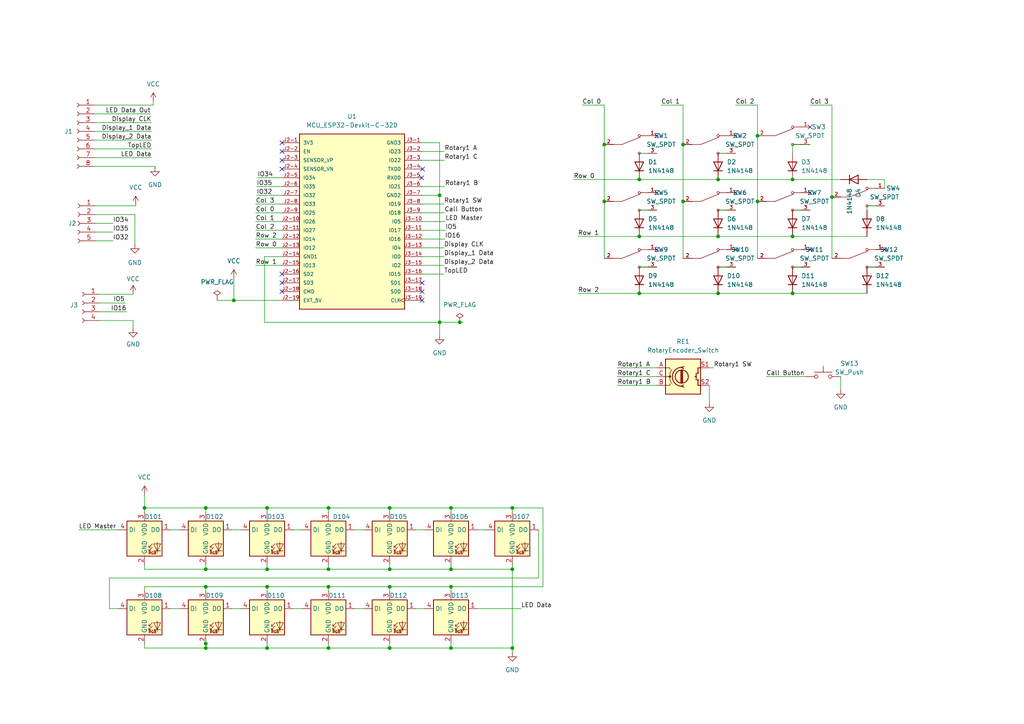
<source format=kicad_sch>
(kicad_sch (version 20230121) (generator eeschema)
  (paper "A4")
  (title_block (title "Master Control Panel") (date "2023-07-18") (rev "v1.0") (company "Stephen Houser, N1SH"))
  (lib_symbols
    (symbol "Connector:Conn_01x04_Socket" (pin_names (offset 1.016) hide)
      (property "Reference" "J" (at 0 5.08 0))
      (property "Value" "Conn_01x04_Socket" (at 0 -7.62 0))
      (symbol "Conn_01x04_Socket_1_1"
        (arc (start 0 -4.572) (mid -0.5058 -5.08) (end 0 -5.588) (stroke (width 0.1524)))
        (arc (start 0 -2.032) (mid -0.5058 -2.54) (end 0 -3.048) (stroke (width 0.1524)))
        (polyline (pts (xy -1.27 -5.08) (xy -0.508 -5.08)) (stroke (width 0.1524)))
        (polyline (pts (xy -1.27 -2.54) (xy -0.508 -2.54)) (stroke (width 0.1524)))
        (polyline (pts (xy -1.27 0) (xy -0.508 0)) (stroke (width 0.1524)))
        (polyline (pts (xy -1.27 2.54) (xy -0.508 2.54)) (stroke (width 0.1524)))
        (arc (start 0 0.508) (mid -0.5058 0) (end 0 -0.508) (stroke (width 0.1524)))
        (arc (start 0 3.048) (mid -0.5058 2.54) (end 0 2.032) (stroke (width 0.1524)))
        (pin passive line (at -5.08 2.54 0) (length 3.81) (name "Pin_1") (number "1"))
        (pin passive line (at -5.08 0 0) (length 3.81) (name "Pin_2") (number "2"))
        (pin passive line (at -5.08 -2.54 0) (length 3.81) (name "Pin_3") (number "3"))
        (pin passive line (at -5.08 -5.08 0) (length 3.81) (name "Pin_4") (number "4"))
      )
    )
    (symbol "Connector:Conn_01x05_Socket" (pin_names (offset 1.016) hide)
      (property "Reference" "J" (at 0 7.62 0))
      (property "Value" "Conn_01x05_Socket" (at 0 -7.62 0))
      (symbol "Conn_01x05_Socket_1_1"
        (arc (start 0 -4.572) (mid -0.5058 -5.08) (end 0 -5.588) (stroke (width 0.1524)))
        (arc (start 0 -2.032) (mid -0.5058 -2.54) (end 0 -3.048) (stroke (width 0.1524)))
        (polyline (pts (xy -1.27 -5.08) (xy -0.508 -5.08)) (stroke (width 0.1524)))
        (polyline (pts (xy -1.27 -2.54) (xy -0.508 -2.54)) (stroke (width 0.1524)))
        (polyline (pts (xy -1.27 0) (xy -0.508 0)) (stroke (width 0.1524)))
        (polyline (pts (xy -1.27 2.54) (xy -0.508 2.54)) (stroke (width 0.1524)))
        (polyline (pts (xy -1.27 5.08) (xy -0.508 5.08)) (stroke (width 0.1524)))
        (arc (start 0 0.508) (mid -0.5058 0) (end 0 -0.508) (stroke (width 0.1524)))
        (arc (start 0 3.048) (mid -0.5058 2.54) (end 0 2.032) (stroke (width 0.1524)))
        (arc (start 0 5.588) (mid -0.5058 5.08) (end 0 4.572) (stroke (width 0.1524)))
        (pin passive line (at -5.08 5.08 0) (length 3.81) (name "Pin_1") (number "1"))
        (pin passive line (at -5.08 2.54 0) (length 3.81) (name "Pin_2") (number "2"))
        (pin passive line (at -5.08 0 0) (length 3.81) (name "Pin_3") (number "3"))
        (pin passive line (at -5.08 -2.54 0) (length 3.81) (name "Pin_4") (number "4"))
        (pin passive line (at -5.08 -5.08 0) (length 3.81) (name "Pin_5") (number "5"))
      )
    )
    (symbol "Connector:Conn_01x08_Socket" (pin_names (offset 1.016) hide)
      (property "Reference" "J" (at 0 10.16 0))
      (property "Value" "Conn_01x08_Socket" (at 0 -12.7 0))
      (symbol "Conn_01x08_Socket_1_1"
        (arc (start 0 -9.652) (mid -0.5058 -10.16) (end 0 -10.668) (stroke (width 0.1524)))
        (arc (start 0 -7.112) (mid -0.5058 -7.62) (end 0 -8.128) (stroke (width 0.1524)))
        (arc (start 0 -4.572) (mid -0.5058 -5.08) (end 0 -5.588) (stroke (width 0.1524)))
        (arc (start 0 -2.032) (mid -0.5058 -2.54) (end 0 -3.048) (stroke (width 0.1524)))
        (polyline (pts (xy -1.27 -10.16) (xy -0.508 -10.16)) (stroke (width 0.1524)))
        (polyline (pts (xy -1.27 -7.62) (xy -0.508 -7.62)) (stroke (width 0.1524)))
        (polyline (pts (xy -1.27 -5.08) (xy -0.508 -5.08)) (stroke (width 0.1524)))
        (polyline (pts (xy -1.27 -2.54) (xy -0.508 -2.54)) (stroke (width 0.1524)))
        (polyline (pts (xy -1.27 0) (xy -0.508 0)) (stroke (width 0.1524)))
        (polyline (pts (xy -1.27 2.54) (xy -0.508 2.54)) (stroke (width 0.1524)))
        (polyline (pts (xy -1.27 5.08) (xy -0.508 5.08)) (stroke (width 0.1524)))
        (polyline (pts (xy -1.27 7.62) (xy -0.508 7.62)) (stroke (width 0.1524)))
        (arc (start 0 0.508) (mid -0.5058 0) (end 0 -0.508) (stroke (width 0.1524)))
        (arc (start 0 3.048) (mid -0.5058 2.54) (end 0 2.032) (stroke (width 0.1524)))
        (arc (start 0 5.588) (mid -0.5058 5.08) (end 0 4.572) (stroke (width 0.1524)))
        (arc (start 0 8.128) (mid -0.5058 7.62) (end 0 7.112) (stroke (width 0.1524)))
        (pin passive line (at -5.08 7.62 0) (length 3.81) (name "Pin_1") (number "1"))
        (pin passive line (at -5.08 5.08 0) (length 3.81) (name "Pin_2") (number "2"))
        (pin passive line (at -5.08 2.54 0) (length 3.81) (name "Pin_3") (number "3"))
        (pin passive line (at -5.08 0 0) (length 3.81) (name "Pin_4") (number "4"))
        (pin passive line (at -5.08 -2.54 0) (length 3.81) (name "Pin_5") (number "5"))
        (pin passive line (at -5.08 -5.08 0) (length 3.81) (name "Pin_6") (number "6"))
        (pin passive line (at -5.08 -7.62 0) (length 3.81) (name "Pin_7") (number "7"))
        (pin passive line (at -5.08 -10.16 0) (length 3.81) (name "Pin_8") (number "8"))
      )
    )
    (symbol "Device:RotaryEncoder_Switch" (pin_names (offset 0.254) hide)
      (property "Reference" "SW" (at 0 6.604 0))
      (property "Value" "RotaryEncoder_Switch" (at 0 -6.604 0))
      (symbol "RotaryEncoder_Switch_0_1"
        (rectangle (start -5.08 5.08) (end 5.08 -5.08) (stroke (width 0.254)) (fill (type background)))
        (circle (center -3.81 0) (radius 0.254) (fill (type outline)))
        (circle (center -0.381 0) (radius 1.905) (stroke (width 0.254)))
        (arc (start -0.381 2.667) (mid -3.0988 -0.0635) (end -0.381 -2.794) (stroke (width 0.254)))
        (polyline (pts (xy -0.635 -1.778) (xy -0.635 1.778)) (stroke (width 0.254)))
        (polyline (pts (xy -0.381 -1.778) (xy -0.381 1.778)) (stroke (width 0.254)))
        (polyline (pts (xy -0.127 1.778) (xy -0.127 -1.778)) (stroke (width 0.254)))
        (polyline (pts (xy 3.81 0) (xy 3.429 0)) (stroke (width 0.254)))
        (polyline (pts (xy 3.81 1.016) (xy 3.81 -1.016)) (stroke (width 0.254)))
        (polyline (pts (xy -5.08 -2.54) (xy -3.81 -2.54) (xy -3.81 -2.032)))
        (polyline (pts (xy -5.08 2.54) (xy -3.81 2.54) (xy -3.81 2.032)))
        (polyline (pts (xy 0.254 -3.048) (xy -0.508 -2.794) (xy 0.127 -2.413)) (stroke (width 0.254)))
        (polyline (pts (xy 0.254 2.921) (xy -0.508 2.667) (xy 0.127 2.286)) (stroke (width 0.254)))
        (polyline (pts (xy 5.08 -2.54) (xy 4.318 -2.54) (xy 4.318 -1.016)) (stroke (width 0.254)))
        (polyline (pts (xy 5.08 2.54) (xy 4.318 2.54) (xy 4.318 1.016)) (stroke (width 0.254)))
        (polyline (pts (xy -5.08 0) (xy -3.81 0) (xy -3.81 -1.016) (xy -3.302 -2.032)))
        (polyline (pts (xy -4.318 0) (xy -3.81 0) (xy -3.81 1.016) (xy -3.302 2.032)))
        (circle (center 4.318 -1.016) (radius 0.127) (stroke (width 0.254)))
        (circle (center 4.318 1.016) (radius 0.127) (stroke (width 0.254)))
      )
      (symbol "RotaryEncoder_Switch_1_1"
        (pin passive line (at -7.62 2.54 0) (length 2.54) (name "A") (number "A"))
        (pin passive line (at -7.62 -2.54 0) (length 2.54) (name "B") (number "B"))
        (pin passive line (at -7.62 0 0) (length 2.54) (name "C") (number "C"))
        (pin passive line (at 7.62 2.54 180) (length 2.54) (name "S1") (number "S1"))
        (pin passive line (at 7.62 -2.54 180) (length 2.54) (name "S2") (number "S2"))
      )
    )
    (symbol "Diode:1N4148" (pin_numbers hide) (pin_names hide)
      (property "Reference" "D" (at 0 2.54 0))
      (property "Value" "1N4148" (at 0 -2.54 0))
      (symbol "1N4148_0_1"
        (polyline (pts (xy -1.27 1.27) (xy -1.27 -1.27)) (stroke (width 0.254)))
        (polyline (pts (xy 1.27 0) (xy -1.27 0)))
        (polyline (pts (xy 1.27 1.27) (xy 1.27 -1.27) (xy -1.27 0) (xy 1.27 1.27)) (stroke (width 0.254)))
      )
      (symbol "1N4148_1_1"
        (pin passive line (at -3.81 0 0) (length 2.54) (name "K") (number "1"))
        (pin passive line (at 3.81 0 180) (length 2.54) (name "A") (number "2"))
      )
    )
    (symbol "LED:APA-106-F5"
      (property "Reference" "D" (at 5.08 5.715 0))
      (property "Value" "APA-106-F5" (at 1.27 -5.715 0))
      (symbol "APA-106-F5_0_0"
        (text "RGB" (at 2.286 -4.191 0) (effects (font (size 0.762 0.762))))
      )
      (symbol "APA-106-F5_0_1"
        (polyline (pts (xy 1.27 -3.556) (xy 1.778 -3.556)))
        (polyline (pts (xy 1.27 -2.54) (xy 1.778 -2.54)))
        (polyline (pts (xy 4.699 -3.556) (xy 2.667 -3.556)))
        (polyline (pts (xy 2.286 -2.54) (xy 1.27 -3.556) (xy 1.27 -3.048)))
        (polyline (pts (xy 2.286 -1.524) (xy 1.27 -2.54) (xy 1.27 -2.032)))
        (polyline (pts (xy 3.683 -1.016) (xy 3.683 -3.556) (xy 3.683 -4.064)))
        (polyline (pts (xy 4.699 -1.524) (xy 2.667 -1.524) (xy 3.683 -3.556) (xy 4.699 -1.524)))
        (rectangle (start 5.08 5.08) (end -5.08 -5.08) (stroke (width 0.254)) (fill (type background)))
      )
      (symbol "APA-106-F5_1_1"
        (pin output line (at 7.62 2.54 180) (length 2.54) (name "DO") (number "1"))
        (pin power_in line (at 0 -7.62 90) (length 2.54) (name "GND") (number "2"))
        (pin power_in line (at 0 7.62 270) (length 2.54) (name "VDD") (number "3"))
        (pin input line (at -7.62 2.54 0) (length 2.54) (name "DI") (number "4"))
      )
    )
    (symbol "Switch:SW_Push" (pin_numbers hide) (pin_names (offset 1.016) hide)
      (property "Reference" "SW" (at 1.27 2.54 0))
      (property "Value" "SW_Push" (at 0 -1.524 0))
      (symbol "SW_Push_0_1"
        (circle (center -2.032 0) (radius 0.508))
        (polyline (pts (xy 0 1.27) (xy 0 3.048)))
        (polyline (pts (xy 2.54 1.27) (xy -2.54 1.27)))
        (circle (center 2.032 0) (radius 0.508))
        (pin passive line (at -5.08 0 0) (length 2.54) (name "1") (number "1"))
        (pin passive line (at 5.08 0 180) (length 2.54) (name "2") (number "2"))
      )
    )
    (symbol "power:GND" (power) (pin_names (offset 0))
      (property "Value" "GND" (at 0 -3.81 0))
      (symbol "GND_0_1"
        (polyline (pts (xy 0 0) (xy 0 -1.27) (xy 1.27 -1.27) (xy 0 -2.54) (xy -1.27 -1.27) (xy 0 -1.27)))
      )
      (symbol "GND_1_1"
        (pin power_in line (at 0 0 270) (length 0) hide (name "GND") (number "1"))
      )
    )
    (symbol "power:PWR_FLAG" (power) (pin_numbers hide) (pin_names (offset 0) hide)
      (property "Value" "PWR_FLAG" (at 0 3.81 0))
      (symbol "PWR_FLAG_0_0"
        (pin power_out line (at 0 0 90) (length 0) (name "pwr") (number "1"))
      )
      (symbol "PWR_FLAG_0_1"
        (polyline (pts (xy 0 0) (xy 0 1.27) (xy -1.016 1.905) (xy 0 2.54) (xy 1.016 1.905) (xy 0 1.27)))
      )
    )
    (symbol "power:VCC" (power) (pin_names (offset 0))
      (property "Value" "VCC" (at 0 3.81 0))
      (symbol "VCC_0_1"
        (polyline (pts (xy -0.762 1.27) (xy 0 2.54)))
        (polyline (pts (xy 0 0) (xy 0 2.54)))
        (polyline (pts (xy 0 2.54) (xy 0.762 1.27)))
      )
      (symbol "VCC_1_1"
        (pin power_in line (at 0 0 90) (length 0) hide (name "VCC") (number "1"))
      )
    )
    (symbol "stephenhouser:MCU_ESP32-Devkit-C-32D" (pin_names (offset 1.016))
      (property "Reference" "U" (at -15.2572 26.0643 0))
      (property "Value" "MCU_ESP32-Devkit-C-32D" (at -15.2563 -27.9698 0))
      (symbol "MCU_ESP32-Devkit-C-32D_0_0"
        (rectangle (start -15.24 -25.4) (end 15.24 25.4) (stroke (width 0.254)) (fill (type background)))
        (pin power_in line (at -20.32 22.86 0) (length 5.08) (name "3V3") (number "J2-1"))
        (pin bidirectional line (at -20.32 0 0) (length 5.08) (name "IO26") (number "J2-10"))
        (pin bidirectional line (at -20.32 -2.54 0) (length 5.08) (name "IO27") (number "J2-11"))
        (pin bidirectional line (at -20.32 -5.08 0) (length 5.08) (name "IO14") (number "J2-12"))
        (pin bidirectional line (at -20.32 -7.62 0) (length 5.08) (name "IO12") (number "J2-13"))
        (pin power_in line (at -20.32 -10.16 0) (length 5.08) (name "GND1") (number "J2-14"))
        (pin bidirectional line (at -20.32 -12.7 0) (length 5.08) (name "IO13") (number "J2-15"))
        (pin bidirectional line (at -20.32 -15.24 0) (length 5.08) (name "SD2") (number "J2-16"))
        (pin bidirectional line (at -20.32 -17.78 0) (length 5.08) (name "SD3") (number "J2-17"))
        (pin bidirectional line (at -20.32 -20.32 0) (length 5.08) (name "CMD") (number "J2-18"))
        (pin power_in line (at -20.32 -22.86 0) (length 5.08) (name "EXT_5V") (number "J2-19"))
        (pin input line (at -20.32 20.32 0) (length 5.08) (name "EN") (number "J2-2"))
        (pin input line (at -20.32 17.78 0) (length 5.08) (name "SENSOR_VP") (number "J2-3"))
        (pin input line (at -20.32 15.24 0) (length 5.08) (name "SENSOR_VN") (number "J2-4"))
        (pin bidirectional line (at -20.32 12.7 0) (length 5.08) (name "IO34") (number "J2-5"))
        (pin bidirectional line (at -20.32 10.16 0) (length 5.08) (name "IO35") (number "J2-6"))
        (pin bidirectional line (at -20.32 7.62 0) (length 5.08) (name "IO32") (number "J2-7"))
        (pin bidirectional line (at -20.32 5.08 0) (length 5.08) (name "IO33") (number "J2-8"))
        (pin bidirectional line (at -20.32 2.54 0) (length 5.08) (name "IO25") (number "J2-9"))
        (pin power_in line (at 20.32 22.86 180) (length 5.08) (name "GND3") (number "J3-1"))
        (pin bidirectional line (at 20.32 0 180) (length 5.08) (name "IO5") (number "J3-10"))
        (pin bidirectional line (at 20.32 -2.54 180) (length 5.08) (name "IO17") (number "J3-11"))
        (pin bidirectional line (at 20.32 -5.08 180) (length 5.08) (name "IO16") (number "J3-12"))
        (pin bidirectional line (at 20.32 -7.62 180) (length 5.08) (name "IO4") (number "J3-13"))
        (pin bidirectional line (at 20.32 -10.16 180) (length 5.08) (name "IO0") (number "J3-14"))
        (pin bidirectional line (at 20.32 -12.7 180) (length 5.08) (name "IO2") (number "J3-15"))
        (pin bidirectional line (at 20.32 -15.24 180) (length 5.08) (name "IO15") (number "J3-16"))
        (pin bidirectional line (at 20.32 -17.78 180) (length 5.08) (name "SD1") (number "J3-17"))
        (pin bidirectional line (at 20.32 -20.32 180) (length 5.08) (name "SD0") (number "J3-18"))
        (pin input clock (at 20.32 -22.86 180) (length 5.08) (name "CLK") (number "J3-19"))
        (pin bidirectional line (at 20.32 20.32 180) (length 5.08) (name "IO23") (number "J3-2"))
        (pin bidirectional line (at 20.32 17.78 180) (length 5.08) (name "IO22") (number "J3-3"))
        (pin output line (at 20.32 15.24 180) (length 5.08) (name "TXD0") (number "J3-4"))
        (pin input line (at 20.32 12.7 180) (length 5.08) (name "RXD0") (number "J3-5"))
        (pin bidirectional line (at 20.32 10.16 180) (length 5.08) (name "IO21") (number "J3-6"))
        (pin power_in line (at 20.32 7.62 180) (length 5.08) (name "GND2") (number "J3-7"))
        (pin bidirectional line (at 20.32 5.08 180) (length 5.08) (name "IO19") (number "J3-8"))
        (pin bidirectional line (at 20.32 2.54 180) (length 5.08) (name "IO18") (number "J3-9"))
      )
    )
    (symbol "stephenhouser:SW_TOGGLE_100SP1T1B4M2QE" (pin_names (offset 1.016))
      (property "Reference" "S" (at -2.54 5.08 0))
      (property "Value" "SW_TOGGLE_100SP1T1B4M2QE" (at -11.43 -3.81 0))
      (symbol "SW_TOGGLE_100SP1T1B4M2QE_0_0"
        (polyline (pts (xy -2.54 0) (xy -5.08 0)) (stroke (width 0.1524)))
        (polyline (pts (xy -2.54 0) (xy 2.794 2.1336)) (stroke (width 0.1524)))
        (polyline (pts (xy 5.08 -2.54) (xy 2.921 -2.54)) (stroke (width 0.1524)))
        (polyline (pts (xy 5.08 2.54) (xy 2.921 2.54)) (stroke (width 0.1524)))
        (circle (center 2.54 -2.54) (radius 0.3302) (stroke (width 0.1524)))
        (circle (center 2.54 2.54) (radius 0.3302) (stroke (width 0.1524)))
        (pin passive line (at 7.62 2.54 180) (length 2.54) (name "~") (number "1"))
        (pin passive line (at -7.62 0 0) (length 2.54) (name "~") (number "2"))
        (pin passive line (at 7.62 -2.54 180) (length 2.54) (name "~") (number "3"))
      )
    )
  )
  (junction (at 77.47 147.32))
  (junction (at 130.81 147.32))
  (junction (at 148.59 187.96))
  (junction (at 130.81 165.1))
  (junction (at 241.3 57.15))
  (junction (at 59.69 187.96))
  (junction (at 130.81 187.96))
  (junction (at 95.25 165.1))
  (junction (at 95.25 170.18))
  (junction (at 148.59 165.1))
  (junction (at 130.81 170.18))
  (junction (at 208.28 52.07))
  (junction (at 127.508 93.472))
  (junction (at 175.26 41.91))
  (junction (at 185.42 52.07))
  (junction (at 113.03 165.1))
  (junction (at 229.87 85.09))
  (junction (at 59.69 186.69))
  (junction (at 113.03 147.32))
  (junction (at 219.71 58.42))
  (junction (at 67.818 87.122))
  (junction (at 175.26 58.42))
  (junction (at 59.69 147.32))
  (junction (at 198.12 41.91))
  (junction (at 41.91 147.32))
  (junction (at 113.03 187.96))
  (junction (at 113.03 170.18))
  (junction (at 148.59 147.32))
  (junction (at 219.71 39.37))
  (junction (at 229.87 68.58))
  (junction (at 59.69 170.18))
  (junction (at 127.508 56.642))
  (junction (at 185.42 68.58))
  (junction (at 133.35 93.472))
  (junction (at 95.25 187.96))
  (junction (at 185.42 85.09))
  (junction (at 77.47 170.18))
  (junction (at 95.25 147.32))
  (junction (at 77.47 165.1))
  (junction (at 77.47 187.96))
  (junction (at 208.28 85.09))
  (junction (at 229.87 52.07))
  (junction (at 198.12 58.42))
  (junction (at 208.28 68.58))
  (junction (at 59.69 165.1))
  (no_connect (at 234.95 55.88))
  (no_connect (at 122.428 84.582))
  (no_connect (at 122.301 51.562))
  (no_connect (at 213.36 72.39))
  (no_connect (at 234.95 72.39))
  (no_connect (at 122.555 49.022))
  (no_connect (at 234.95 36.83))
  (no_connect (at 81.788 49.022))
  (no_connect (at 190.5 72.39))
  (no_connect (at 81.788 41.402))
  (no_connect (at 81.788 79.502))
  (no_connect (at 81.788 84.582))
  (no_connect (at 190.5 55.88))
  (no_connect (at 122.428 82.042))
  (no_connect (at 81.788 46.482))
  (no_connect (at 213.36 55.88))
  (no_connect (at 213.36 39.37))
  (no_connect (at 81.788 43.942))
  (no_connect (at 190.5 39.37))
  (no_connect (at 122.428 87.122))
  (no_connect (at 81.788 82.042))
  (no_connect (at 256.54 72.39))
  (wire (pts (xy 113.03 165.1) (xy 130.81 165.1)))
  (wire (pts (xy 113.03 187.96) (xy 130.81 187.96)))
  (wire (pts (xy 113.03 170.18) (xy 113.03 171.45)))
  (wire (pts (xy 27.686 64.77) (xy 32.766 64.77)))
  (wire (pts (xy 166.37 52.07) (xy 185.42 52.07)))
  (wire (pts (xy 148.59 147.32) (xy 148.59 148.59)))
  (wire (pts (xy 95.25 147.32) (xy 113.03 147.32)))
  (wire (pts (xy 59.69 170.18) (xy 59.69 171.45)))
  (wire (pts (xy 175.26 58.42) (xy 175.26 74.93)))
  (wire (pts (xy 167.64 68.58) (xy 185.42 68.58)))
  (wire (pts (xy 77.47 187.96) (xy 95.25 187.96)))
  (wire (pts (xy 44.958 48.26) (xy 44.958 48.514)))
  (wire (pts (xy 43.688 33.02) (xy 27.432 33.02)))
  (wire (pts (xy 102.87 153.67) (xy 105.41 153.67)))
  (wire (pts (xy 120.65 153.67) (xy 123.19 153.67)))
  (wire (pts (xy 198.12 41.91) (xy 198.12 58.42)))
  (wire (pts (xy 36.703 90.424) (xy 28.956 90.424)))
  (wire (pts (xy 31.75 176.53) (xy 34.29 176.53)))
  (wire (pts (xy 229.87 85.09) (xy 251.46 85.09)))
  (wire (pts (xy 122.428 46.482) (xy 128.905 46.482)))
  (wire (pts (xy 113.03 187.96) (xy 113.03 186.69)))
  (wire (pts (xy 59.69 170.18) (xy 77.47 170.18)))
  (wire (pts (xy 49.53 153.67) (xy 52.07 153.67)))
  (wire (pts (xy 168.91 30.48) (xy 175.26 30.48)))
  (wire (pts (xy 44.45 29.464) (xy 44.45 30.48)))
  (wire (pts (xy 59.69 165.1) (xy 77.47 165.1)))
  (wire (pts (xy 138.43 153.67) (xy 140.97 153.67)))
  (wire (pts (xy 113.03 147.32) (xy 130.81 147.32)))
  (wire (pts (xy 95.25 165.1) (xy 95.25 163.83)))
  (wire (pts (xy 229.87 77.47) (xy 234.95 77.47)))
  (wire (pts (xy 22.86 153.67) (xy 34.29 153.67)))
  (wire (pts (xy 191.77 30.48) (xy 198.12 30.48)))
  (wire (pts (xy 185.42 44.45) (xy 190.5 44.45)))
  (wire (pts (xy 122.428 61.722) (xy 128.905 61.722)))
  (wire (pts (xy 130.81 187.96) (xy 148.59 187.96)))
  (wire (pts (xy 130.81 170.18) (xy 157.48 170.18)))
  (wire (pts (xy 179.07 111.76) (xy 190.5 111.76)))
  (wire (pts (xy 102.87 176.53) (xy 105.41 176.53)))
  (wire (pts (xy 39.37 59.69) (xy 39.37 59.436)))
  (wire (pts (xy 251.46 60.96) (xy 251.46 59.69)))
  (wire (pts (xy 241.3 57.15) (xy 241.3 74.93)))
  (wire (pts (xy 59.69 147.32) (xy 77.47 147.32)))
  (wire (pts (xy 175.26 41.91) (xy 175.26 58.42)))
  (wire (pts (xy 41.91 170.18) (xy 59.69 170.18)))
  (wire (pts (xy 85.09 176.53) (xy 87.63 176.53)))
  (wire (pts (xy 130.81 165.1) (xy 148.59 165.1)))
  (wire (pts (xy 41.91 143.51) (xy 41.91 147.32)))
  (wire (pts (xy 185.42 85.09) (xy 208.28 85.09)))
  (wire (pts (xy 167.64 85.09) (xy 185.42 85.09)))
  (wire (pts (xy 76.708 74.422) (xy 81.788 74.422)))
  (wire (pts (xy 241.3 30.48) (xy 241.3 57.15)))
  (wire (pts (xy 127.508 41.402) (xy 127.508 56.642)))
  (wire (pts (xy 122.428 74.422) (xy 128.778 74.422)))
  (wire (pts (xy 113.03 147.32) (xy 113.03 148.59)))
  (wire (pts (xy 179.07 106.68) (xy 190.5 106.68)))
  (wire (pts (xy 36.195 87.884) (xy 36.195 87.757)))
  (wire (pts (xy 148.59 147.32) (xy 157.48 147.32)))
  (wire (pts (xy 243.84 109.22) (xy 243.84 113.03)))
  (wire (pts (xy 219.71 30.48) (xy 219.71 39.37)))
  (wire (pts (xy 95.25 187.96) (xy 95.25 186.69)))
  (wire (pts (xy 138.43 176.53) (xy 151.13 176.53)))
  (wire (pts (xy 229.87 52.07) (xy 243.84 52.07)))
  (wire (pts (xy 122.428 56.642) (xy 127.508 56.642)))
  (wire (pts (xy 41.91 147.32) (xy 59.69 147.32)))
  (wire (pts (xy 74.422 54.102) (xy 81.788 54.102)))
  (wire (pts (xy 122.428 41.402) (xy 127.508 41.402)))
  (wire (pts (xy 198.12 58.42) (xy 198.12 74.93)))
  (wire (pts (xy 256.54 54.61) (xy 256.54 52.07)))
  (wire (pts (xy 31.75 167.64) (xy 31.75 176.53)))
  (wire (pts (xy 74.168 59.182) (xy 81.788 59.182)))
  (wire (pts (xy 74.168 76.962) (xy 81.788 76.962)))
  (wire (pts (xy 129.032 54.102) (xy 122.428 54.102)))
  (wire (pts (xy 229.87 41.91) (xy 234.95 41.91)))
  (wire (pts (xy 222.25 109.22) (xy 233.68 109.22)))
  (wire (pts (xy 44.45 30.48) (xy 27.432 30.48)))
  (wire (pts (xy 74.422 56.642) (xy 81.788 56.642)))
  (wire (pts (xy 133.35 93.472) (xy 134.239 93.472)))
  (wire (pts (xy 77.47 165.1) (xy 95.25 165.1)))
  (wire (pts (xy 43.942 40.64) (xy 27.432 40.64)))
  (wire (pts (xy 41.91 170.18) (xy 41.91 171.45)))
  (wire (pts (xy 213.36 30.48) (xy 219.71 30.48)))
  (wire (pts (xy 122.428 71.882) (xy 128.778 71.882)))
  (wire (pts (xy 205.74 111.76) (xy 205.74 116.84)))
  (wire (pts (xy 130.81 147.32) (xy 130.81 148.59)))
  (wire (pts (xy 179.07 109.22) (xy 190.5 109.22)))
  (wire (pts (xy 122.428 79.502) (xy 128.778 79.502)))
  (wire (pts (xy 156.21 167.64) (xy 31.75 167.64)))
  (wire (pts (xy 251.46 77.47) (xy 256.54 77.47)))
  (wire (pts (xy 122.428 64.262) (xy 129.159 64.262)))
  (wire (pts (xy 95.25 147.32) (xy 95.25 148.59)))
  (wire (pts (xy 219.71 39.37) (xy 219.71 58.42)))
  (wire (pts (xy 185.42 52.07) (xy 208.28 52.07)))
  (wire (pts (xy 229.87 60.96) (xy 234.95 60.96)))
  (wire (pts (xy 130.81 165.1) (xy 130.81 163.83)))
  (wire (pts (xy 113.03 170.18) (xy 130.81 170.18)))
  (wire (pts (xy 74.168 66.802) (xy 81.788 66.802)))
  (wire (pts (xy 77.47 187.96) (xy 77.47 186.69)))
  (wire (pts (xy 148.59 165.1) (xy 148.59 163.83)))
  (wire (pts (xy 81.788 87.122) (xy 67.818 87.122)))
  (wire (pts (xy 229.87 44.45) (xy 229.87 41.91)))
  (wire (pts (xy 74.168 71.882) (xy 81.788 71.882)))
  (wire (pts (xy 120.65 176.53) (xy 123.19 176.53)))
  (wire (pts (xy 127.508 93.472) (xy 127.508 97.282)))
  (wire (pts (xy 130.81 170.18) (xy 130.81 171.45)))
  (wire (pts (xy 76.708 93.472) (xy 76.708 74.422)))
  (wire (pts (xy 59.69 165.1) (xy 59.69 163.83)))
  (wire (pts (xy 95.25 170.18) (xy 113.03 170.18)))
  (wire (pts (xy 41.91 187.96) (xy 41.91 186.69)))
  (wire (pts (xy 185.42 60.96) (xy 190.5 60.96)))
  (wire (pts (xy 234.95 30.48) (xy 241.3 30.48)))
  (wire (pts (xy 59.69 187.96) (xy 59.69 186.69)))
  (wire (pts (xy 41.91 187.96) (xy 59.69 187.96)))
  (wire (pts (xy 122.428 76.962) (xy 128.778 76.962)))
  (wire (pts (xy 52.07 176.53) (xy 49.53 176.53)))
  (wire (pts (xy 77.47 147.32) (xy 95.25 147.32)))
  (wire (pts (xy 67.818 87.122) (xy 67.818 80.772)))
  (wire (pts (xy 148.59 187.96) (xy 148.59 189.23)))
  (wire (pts (xy 74.168 69.342) (xy 81.788 69.342)))
  (wire (pts (xy 59.69 187.96) (xy 77.47 187.96)))
  (wire (pts (xy 130.81 147.32) (xy 148.59 147.32)))
  (wire (pts (xy 43.942 43.18) (xy 27.432 43.18)))
  (wire (pts (xy 28.956 92.964) (xy 38.608 92.964)))
  (wire (pts (xy 43.942 45.72) (xy 27.432 45.72)))
  (wire (pts (xy 28.956 87.884) (xy 36.195 87.884)))
  (wire (pts (xy 185.42 68.58) (xy 208.28 68.58)))
  (wire (pts (xy 62.992 87.122) (xy 62.992 86.868)))
  (wire (pts (xy 127.508 93.472) (xy 133.35 93.472)))
  (wire (pts (xy 77.47 147.32) (xy 77.47 148.59)))
  (wire (pts (xy 74.168 61.722) (xy 81.788 61.722)))
  (wire (pts (xy 38.608 95.25) (xy 38.608 92.964)))
  (wire (pts (xy 205.74 106.68) (xy 207.01 106.68)))
  (wire (pts (xy 156.21 153.67) (xy 156.21 167.64)))
  (wire (pts (xy 208.28 85.09) (xy 229.87 85.09)))
  (wire (pts (xy 127.508 93.472) (xy 76.708 93.472)))
  (wire (pts (xy 175.26 30.48) (xy 175.26 41.91)))
  (wire (pts (xy 130.81 187.96) (xy 130.81 186.69)))
  (wire (pts (xy 39.116 70.866) (xy 39.116 62.23)))
  (wire (pts (xy 128.905 43.942) (xy 122.428 43.942)))
  (wire (pts (xy 95.25 170.18) (xy 95.25 171.45)))
  (wire (pts (xy 256.54 52.07) (xy 251.46 52.07)))
  (wire (pts (xy 59.69 165.1) (xy 41.91 165.1)))
  (wire (pts (xy 77.47 170.18) (xy 95.25 170.18)))
  (wire (pts (xy 198.12 30.48) (xy 198.12 41.91)))
  (wire (pts (xy 44.958 48.26) (xy 27.432 48.26)))
  (wire (pts (xy 74.168 64.262) (xy 81.788 64.262)))
  (wire (pts (xy 59.69 147.32) (xy 59.69 148.59)))
  (wire (pts (xy 43.942 35.56) (xy 27.432 35.56)))
  (wire (pts (xy 41.91 165.1) (xy 41.91 163.83)))
  (wire (pts (xy 67.31 153.67) (xy 69.85 153.67)))
  (wire (pts (xy 95.25 165.1) (xy 113.03 165.1)))
  (wire (pts (xy 41.91 147.32) (xy 41.91 148.59)))
  (wire (pts (xy 67.818 87.122) (xy 62.992 87.122)))
  (wire (pts (xy 208.28 44.45) (xy 213.36 44.45)))
  (wire (pts (xy 122.428 59.182) (xy 128.778 59.182)))
  (wire (pts (xy 208.28 52.07) (xy 229.87 52.07)))
  (wire (pts (xy 77.47 170.18) (xy 77.47 171.45)))
  (wire (pts (xy 208.28 77.47) (xy 213.36 77.47)))
  (wire (pts (xy 229.87 68.58) (xy 251.46 68.58)))
  (wire (pts (xy 27.686 59.69) (xy 39.37 59.69)))
  (wire (pts (xy 113.03 165.1) (xy 113.03 163.83)))
  (wire (pts (xy 157.48 170.18) (xy 157.48 147.32)))
  (wire (pts (xy 251.46 59.69) (xy 256.54 59.69)))
  (wire (pts (xy 148.59 165.1) (xy 148.59 187.96)))
  (wire (pts (xy 27.686 69.85) (xy 32.766 69.85)))
  (wire (pts (xy 129.159 66.802) (xy 122.428 66.802)))
  (wire (pts (xy 208.28 68.58) (xy 229.87 68.58)))
  (wire (pts (xy 85.09 153.67) (xy 87.63 153.67)))
  (wire (pts (xy 219.71 58.42) (xy 219.71 74.93)))
  (wire (pts (xy 67.31 176.53) (xy 69.85 176.53)))
  (wire (pts (xy 43.942 38.1) (xy 27.432 38.1)))
  (wire (pts (xy 39.116 62.23) (xy 27.686 62.23)))
  (wire (pts (xy 27.686 67.31) (xy 32.766 67.31)))
  (wire (pts (xy 74.676 51.562) (xy 81.788 51.562)))
  (wire (pts (xy 28.956 85.344) (xy 38.608 85.344)))
  (wire (pts (xy 77.47 165.1) (xy 77.47 163.83)))
  (wire (pts (xy 127.508 56.642) (xy 127.508 93.472)))
  (wire (pts (xy 208.28 60.96) (xy 213.36 60.96)))
  (wire (pts (xy 129.032 69.342) (xy 122.428 69.342)))
  (wire (pts (xy 59.69 185.42) (xy 59.69 186.69)))
  (wire (pts (xy 95.25 187.96) (xy 113.03 187.96)))
  (wire (pts (xy 185.42 77.47) (xy 190.5 77.47)))
  (label "Display_2 Data" (at 43.942 40.64 180))
  (label "Rotary1 A" (at 179.07 106.68 0))
  (label "Col 0" (at 74.168 61.722 0))
  (label "Col 2" (at 74.168 66.802 0))
  (label "LED Data" (at 43.942 45.72 180))
  (label "LED Data" (at 151.13 176.53 0))
  (label "IO34" (at 32.766 64.77 0))
  (label "IO32" (at 74.422 56.642 0))
  (label "Rotary1 SW" (at 128.778 59.182 0))
  (label "Row 0" (at 74.168 71.882 0))
  (label "Row 1" (at 74.168 76.962 0))
  (label "Display CLK" (at 43.942 35.56 180))
  (label "IO35" (at 74.422 54.102 0))
  (label "Rotary1 C" (at 179.07 109.22 0))
  (label "IO32" (at 32.766 69.85 0))
  (label "LED Master" (at 129.159 64.262 0))
  (label "Col 1" (at 74.168 64.262 0))
  (label "Rotary1 A" (at 128.905 43.942 0))
  (label "Row 1" (at 167.64 68.58 0))
  (label "Rotary1 B" (at 179.07 111.76 0))
  (label "Display CLK" (at 128.778 71.882 0))
  (label "IO16" (at 36.703 90.424 180))
  (label "Row 0" (at 166.37 52.07 0))
  (label "TopLED" (at 128.778 79.502 0))
  (label "IO5" (at 36.195 87.757 180))
  (label "LED Data Out" (at 43.688 33.02 180))
  (label "Row 2" (at 167.64 85.09 0))
  (label "LED Master" (at 22.86 153.67 0))
  (label "Col 3" (at 234.95 30.48 0))
  (label "Call Button" (at 128.905 61.722 0))
  (label "Col 3" (at 74.168 59.182 0))
  (label "Display_1 Data" (at 128.778 74.422 0))
  (label "IO16" (at 129.032 69.342 0))
  (label "Col 2" (at 213.36 30.48 0))
  (label "Rotary1 B" (at 129.032 54.102 0))
  (label "IO5" (at 129.159 66.802 0))
  (label "IO34" (at 74.676 51.562 0))
  (label "Call Button" (at 222.25 109.22 0))
  (label "Display_1 Data" (at 43.942 38.1 180))
  (label "IO35" (at 32.766 67.31 0))
  (label "Row 2" (at 74.168 69.342 0))
  (label "Col 1" (at 191.77 30.48 0))
  (label "Rotary1 C" (at 128.905 46.482 0))
  (label "Col 0" (at 168.91 30.48 0))
  (label "TopLED" (at 43.942 43.18 180))
  (label "Rotary1 SW" (at 207.01 106.68 0))
  (label "Display_2 Data" (at 128.778 76.962 0))
  (symbol (lib_id "stephenhouser:SW_TOGGLE_100SP1T1B4M2QE") (at 182.88 41.91 0) (unit 1)
    (property "Reference" "SW1" (at 191.77 39.37 0))
    (property "Value" "SW_SPDT" (at 191.77 41.91 0))
    (property "Footprint" "stephenhouser:SW_Mini_Toggle_100SP1T1B4M2QE" (effects hide))
    (property "PARTREV" "E" (effects hide))
    (property "STANDARD" "Manufacturer Recommendations" (effects hide))
    (property "MAXIMUM_PACKAGE_HEIGHT" "29.68 mm" (effects hide))
    (property "MANUFACTURER" "E-Switch" (effects hide))
  )
  (symbol (lib_id "Diode:1N4148") (at 185.42 48.26 90) (unit 1)
    (property "Reference" "D1" (at 187.96 46.99 90) (effects (justify right)))
    (property "Value" "1N4148" (at 187.96 49.53 90) (effects (justify right)))
    (property "Footprint" "Diode_THT:D_DO-35_SOD27_P7.62mm_Horizontal" (effects hide))
    (property "Datasheet" "https://assets.nexperia.com/documents/data-sheet/1N4148_1N4448.pdf" (effects hide))
    (property "Sim.Device" "D" (effects hide))
    (property "Sim.Pins" "1=K 2=A" (effects hide))
  )
  (symbol (lib_id "LED:APA-106-F5") (at 59.69 156.21 0) (unit 1)
    (property "Reference" "D102" (at 62.23 149.86 0))
    (property "Value" "APA-106-F5" (effects hide))
    (property "Footprint" "LED_THT:LED_D5.0mm-4_RGB" (effects hide))
    (property "Datasheet" "https://cdn.sparkfun.com/datasheets/Components/LED/COM-12877.pdf" (effects hide))
  )
  (symbol (lib_id "stephenhouser:SW_TOGGLE_100SP1T1B4M2QE") (at 205.74 74.93 0) (unit 1)
    (property "Reference" "SW10" (at 214.63 72.39 0))
    (property "Value" "SW_SPDT" (at 214.63 74.93 0))
    (property "Footprint" "stephenhouser:SW_TOGGLE_100SP1T1B4M2QE" (effects hide))
    (property "PARTREV" "E" (effects hide))
    (property "STANDARD" "Manufacturer Recommendations" (effects hide))
    (property "MAXIMUM_PACKAGE_HEIGHT" "29.68 mm" (effects hide))
    (property "MANUFACTURER" "E-Switch" (effects hide))
  )
  (symbol (lib_id "power:VCC") (at 38.608 85.344 0) (mirror y) (unit 1)
    (property "Reference" "#PWR09" (effects hide))
    (property "Value" "VCC" (at 38.608 80.899 0))
  )
  (symbol (lib_id "Connector:Conn_01x04_Socket") (at 23.876 87.884 0) (mirror y) (unit 1)
    (property "Reference" "J3" (at 21.463 88.519 0))
    (property "Value" "Conn_01x04_Socket" (effects hide))
    (property "Footprint" "Connector_PinHeader_2.00mm:PinHeader_1x04_P2.00mm_Vertical" (effects hide))
  )
  (symbol (lib_id "stephenhouser:MCU_ESP32-Devkit-C-32D") (at 102.108 64.262 0) (unit 1)
    (property "Reference" "U1" (at 102.108 33.782 0))
    (property "Value" "MCU_ESP32-Devkit-C-32D" (at 102.108 36.322 0))
    (property "Footprint" "stephenhouser:MCU_ESP32-Devkit-C-32D" (effects hide))
    (property "PARTREV" "V4" (effects hide))
    (property "STANDARD" "Manufacturer Recommendations" (effects hide))
    (property "SNAPEDA_PN" "ESP32-DEVKITC-32D" (effects hide))
    (property "MAXIMUM_PACKAGE_HEIGHT" "N/A" (effects hide))
    (property "MANUFACTURER" "Espressif Systems" (effects hide))
  )
  (symbol (lib_id "Diode:1N4148") (at 229.87 81.28 90) (unit 1)
    (property "Reference" "D11" (at 232.41 80.01 90) (effects (justify right)))
    (property "Value" "1N4148" (at 232.41 82.55 90) (effects (justify right)))
    (property "Footprint" "Diode_THT:D_DO-35_SOD27_P7.62mm_Horizontal" (effects hide))
    (property "Datasheet" "https://assets.nexperia.com/documents/data-sheet/1N4148_1N4448.pdf" (effects hide))
    (property "Sim.Device" "D" (effects hide))
    (property "Sim.Pins" "1=K 2=A" (effects hide))
  )
  (symbol (lib_id "Diode:1N4148") (at 208.28 81.28 90) (unit 1)
    (property "Reference" "D10" (at 210.82 80.01 90) (effects (justify right)))
    (property "Value" "1N4148" (at 210.82 82.55 90) (effects (justify right)))
    (property "Footprint" "Diode_THT:D_DO-35_SOD27_P7.62mm_Horizontal" (effects hide))
    (property "Datasheet" "https://assets.nexperia.com/documents/data-sheet/1N4148_1N4448.pdf" (effects hide))
    (property "Sim.Device" "D" (effects hide))
    (property "Sim.Pins" "1=K 2=A" (effects hide))
  )
  (symbol (lib_id "LED:APA-106-F5") (at 148.59 156.21 0) (unit 1)
    (property "Reference" "D107" (at 151.13 149.86 0))
    (property "Value" "APA-106-F5" (effects hide))
    (property "Footprint" "LED_THT:LED_D5.0mm-4_RGB" (effects hide))
    (property "Datasheet" "https://cdn.sparkfun.com/datasheets/Components/LED/COM-12877.pdf" (effects hide))
  )
  (symbol (lib_id "LED:APA-106-F5") (at 59.69 179.07 0) (unit 1)
    (property "Reference" "D109" (at 62.23 172.72 0))
    (property "Value" "APA-106-F5" (effects hide))
    (property "Footprint" "LED_THT:LED_D5.0mm-4_RGB" (effects hide))
    (property "Datasheet" "https://cdn.sparkfun.com/datasheets/Components/LED/COM-12877.pdf" (effects hide))
  )
  (symbol (lib_id "LED:APA-106-F5") (at 130.81 156.21 0) (unit 1)
    (property "Reference" "D106" (at 133.35 149.86 0))
    (property "Value" "APA-106-F5" (effects hide))
    (property "Footprint" "LED_THT:LED_D5.0mm-4_RGB" (effects hide))
    (property "Datasheet" "https://cdn.sparkfun.com/datasheets/Components/LED/COM-12877.pdf" (effects hide))
  )
  (symbol (lib_id "stephenhouser:SW_TOGGLE_100SP1T1B4M2QE") (at 248.92 74.93 0) (unit 1)
    (property "Reference" "SW12" (at 257.81 72.39 0))
    (property "Value" "SW_SPDT" (at 257.81 74.93 0))
    (property "Footprint" "stephenhouser:SW_TOGGLE_100SP1T1B4M2QE" (effects hide))
    (property "PARTREV" "E" (effects hide))
    (property "STANDARD" "Manufacturer Recommendations" (effects hide))
    (property "MAXIMUM_PACKAGE_HEIGHT" "29.68 mm" (effects hide))
    (property "MANUFACTURER" "E-Switch" (effects hide))
  )
  (symbol (lib_id "Connector:Conn_01x08_Socket") (at 22.352 38.1 0) (mirror y) (unit 1)
    (property "Reference" "J1" (at 21.082 38.1 0) (effects (justify left)))
    (property "Value" "Conn_01x08_Socket" (effects hide))
    (property "Footprint" "Connector_PinHeader_2.00mm:PinHeader_1x08_P2.00mm_Vertical" (effects hide))
  )
  (symbol (lib_id "stephenhouser:SW_TOGGLE_100SP1T1B4M2QE") (at 182.88 58.42 0) (unit 1)
    (property "Reference" "SW5" (at 191.77 55.88 0))
    (property "Value" "SW_SPDT" (at 191.77 58.42 0))
    (property "Footprint" "stephenhouser:SW_TOGGLE_100SP1T1B4M2QE" (effects hide))
    (property "PARTREV" "E" (effects hide))
    (property "STANDARD" "Manufacturer Recommendations" (effects hide))
    (property "MAXIMUM_PACKAGE_HEIGHT" "29.68 mm" (effects hide))
    (property "MANUFACTURER" "E-Switch" (effects hide))
  )
  (symbol (lib_id "Diode:1N4148") (at 247.65 52.07 0) (unit 1)
    (property "Reference" "D4" (at 248.92 54.61 90) (effects (justify right)))
    (property "Value" "1N4148" (at 246.38 54.61 90) (effects (justify right)))
    (property "Footprint" "Diode_THT:D_DO-35_SOD27_P7.62mm_Horizontal" (effects hide))
    (property "Datasheet" "https://assets.nexperia.com/documents/data-sheet/1N4148_1N4448.pdf" (effects hide))
    (property "Sim.Device" "D" (effects hide))
    (property "Sim.Pins" "1=K 2=A" (effects hide))
  )
  (symbol (lib_id "Device:RotaryEncoder_Switch") (at 198.12 109.22 0) (unit 1)
    (property "Reference" "RE1" (at 198.12 99.06 0))
    (property "Value" "RotaryEncoder_Switch" (at 198.12 101.6 0))
    (property "Footprint" "stephenhouser:RotaryEncoder_Alps_EC11E-Switch_Vertical_H20mm" (effects hide))
  )
  (symbol (lib_id "power:GND") (at 38.608 95.25 0) (mirror y) (unit 1)
    (property "Reference" "#PWR010" (effects hide))
    (property "Value" "GND" (at 38.608 99.822 0))
  )
  (symbol (lib_id "stephenhouser:SW_TOGGLE_100SP1T1B4M2QE") (at 248.92 57.15 0) (unit 1)
    (property "Reference" "SW4" (at 259.08 54.61 0))
    (property "Value" "SW_SPDT" (at 256.54 57.15 0))
    (property "Footprint" "stephenhouser:SW_TOGGLE_100SP1T1B4M2QE" (effects hide))
    (property "PARTREV" "E" (effects hide))
    (property "STANDARD" "Manufacturer Recommendations" (effects hide))
    (property "MAXIMUM_PACKAGE_HEIGHT" "29.68 mm" (effects hide))
    (property "MANUFACTURER" "E-Switch" (effects hide))
  )
  (symbol (lib_id "power:VCC") (at 41.91 143.51 0) (unit 1)
    (property "Reference" "#PWR05" (effects hide))
    (property "Value" "VCC" (at 41.91 138.43 0))
  )
  (symbol (lib_id "Diode:1N4148") (at 185.42 64.77 90) (unit 1)
    (property "Reference" "D5" (at 187.96 63.5 90) (effects (justify right)))
    (property "Value" "1N4148" (at 187.96 66.04 90) (effects (justify right)))
    (property "Footprint" "Diode_THT:D_DO-35_SOD27_P7.62mm_Horizontal" (effects hide))
    (property "Datasheet" "https://assets.nexperia.com/documents/data-sheet/1N4148_1N4448.pdf" (effects hide))
    (property "Sim.Device" "D" (effects hide))
    (property "Sim.Pins" "1=K 2=A" (effects hide))
  )
  (symbol (lib_id "Diode:1N4148") (at 229.87 64.77 90) (unit 1)
    (property "Reference" "D7" (at 232.41 63.5 90) (effects (justify right)))
    (property "Value" "1N4148" (at 232.41 66.04 90) (effects (justify right)))
    (property "Footprint" "Diode_THT:D_DO-35_SOD27_P7.62mm_Horizontal" (effects hide))
    (property "Datasheet" "https://assets.nexperia.com/documents/data-sheet/1N4148_1N4448.pdf" (effects hide))
    (property "Sim.Device" "D" (effects hide))
    (property "Sim.Pins" "1=K 2=A" (effects hide))
  )
  (symbol (lib_id "power:VCC") (at 67.818 80.772 0) (unit 1)
    (property "Reference" "#PWR033" (effects hide))
    (property "Value" "VCC" (at 67.818 75.692 0))
  )
  (symbol (lib_id "Diode:1N4148") (at 185.42 81.28 90) (unit 1)
    (property "Reference" "D9" (at 187.96 80.01 90) (effects (justify right)))
    (property "Value" "1N4148" (at 187.96 82.55 90) (effects (justify right)))
    (property "Footprint" "Diode_THT:D_DO-35_SOD27_P7.62mm_Horizontal" (effects hide))
    (property "Datasheet" "https://assets.nexperia.com/documents/data-sheet/1N4148_1N4448.pdf" (effects hide))
    (property "Sim.Device" "D" (effects hide))
    (property "Sim.Pins" "1=K 2=A" (effects hide))
  )
  (symbol (lib_id "LED:APA-106-F5") (at 77.47 156.21 0) (unit 1)
    (property "Reference" "D103" (at 80.01 149.86 0))
    (property "Value" "APA-106-F5" (effects hide))
    (property "Footprint" "LED_THT:LED_D5.0mm-4_RGB" (effects hide))
    (property "Datasheet" "https://cdn.sparkfun.com/datasheets/Components/LED/COM-12877.pdf" (effects hide))
  )
  (symbol (lib_id "power:GND") (at 148.59 189.23 0) (unit 1)
    (property "Reference" "#PWR04" (effects hide))
    (property "Value" "GND" (at 148.59 194.31 0))
  )
  (symbol (lib_id "power:VCC") (at 39.37 59.436 0) (unit 1)
    (property "Reference" "#PWR08" (effects hide))
    (property "Value" "VCC" (at 39.37 54.356 0))
  )
  (symbol (lib_id "LED:APA-106-F5") (at 113.03 179.07 0) (unit 1)
    (property "Reference" "D112" (at 115.57 172.72 0))
    (property "Value" "APA-106-F5" (effects hide))
    (property "Footprint" "LED_THT:LED_D5.0mm-4_RGB" (effects hide))
    (property "Datasheet" "https://cdn.sparkfun.com/datasheets/Components/LED/COM-12877.pdf" (effects hide))
  )
  (symbol (lib_id "Diode:1N4148") (at 208.28 48.26 90) (unit 1)
    (property "Reference" "D2" (at 210.82 46.99 90) (effects (justify right)))
    (property "Value" "1N4148" (at 210.82 49.53 90) (effects (justify right)))
    (property "Footprint" "Diode_THT:D_DO-35_SOD27_P7.62mm_Horizontal" (effects hide))
    (property "Datasheet" "https://assets.nexperia.com/documents/data-sheet/1N4148_1N4448.pdf" (effects hide))
    (property "Sim.Device" "D" (effects hide))
    (property "Sim.Pins" "1=K 2=A" (effects hide))
  )
  (symbol (lib_id "power:PWR_FLAG") (at 133.35 93.472 0) (unit 1)
    (property "Reference" "#FLG01" (effects hide))
    (property "Value" "PWR_FLAG" (at 133.35 88.392 0))
  )
  (symbol (lib_id "LED:APA-106-F5") (at 41.91 179.07 0) (unit 1)
    (property "Reference" "D108" (at 44.45 172.72 0))
    (property "Value" "APA-106-F5" (effects hide))
    (property "Footprint" "LED_THT:LED_D5.0mm-4_RGB" (effects hide))
    (property "Datasheet" "https://cdn.sparkfun.com/datasheets/Components/LED/COM-12877.pdf" (effects hide))
  )
  (symbol (lib_id "LED:APA-106-F5") (at 113.03 156.21 0) (unit 1)
    (property "Reference" "D105" (at 115.57 149.86 0))
    (property "Value" "APA-106-F5" (effects hide))
    (property "Footprint" "LED_THT:LED_D5.0mm-4_RGB" (effects hide))
    (property "Datasheet" "https://cdn.sparkfun.com/datasheets/Components/LED/COM-12877.pdf" (effects hide))
  )
  (symbol (lib_id "stephenhouser:SW_TOGGLE_100SP1T1B4M2QE") (at 205.74 58.42 0) (unit 1)
    (property "Reference" "SW6" (at 214.63 55.88 0))
    (property "Value" "SW_SPDT" (at 214.63 58.42 0))
    (property "Footprint" "stephenhouser:SW_TOGGLE_100SP1T1B4M2QE" (effects hide))
    (property "PARTREV" "E" (effects hide))
    (property "STANDARD" "Manufacturer Recommendations" (effects hide))
    (property "MAXIMUM_PACKAGE_HEIGHT" "29.68 mm" (effects hide))
    (property "MANUFACTURER" "E-Switch" (effects hide))
  )
  (symbol (lib_id "Switch:SW_Push") (at 238.76 109.22 0) (unit 1)
    (property "Reference" "SW13" (at 246.38 105.41 0))
    (property "Value" "SW_Push" (at 246.38 107.95 0))
    (property "Footprint" "stephenhouser:SW_Mini_Pushbutton_PS1024ALRED" (effects hide))
  )
  (symbol (lib_id "power:GND") (at 205.74 116.84 0) (unit 1)
    (property "Reference" "#PWR06" (effects hide))
    (property "Value" "GND" (at 205.74 121.92 0))
  )
  (symbol (lib_id "Diode:1N4148") (at 229.87 48.26 90) (unit 1)
    (property "Reference" "D3" (at 232.41 46.99 90) (effects (justify right)))
    (property "Value" "1N4148" (at 232.41 49.53 90) (effects (justify right)))
    (property "Footprint" "Diode_THT:D_DO-35_SOD27_P7.62mm_Horizontal" (effects hide))
    (property "Datasheet" "https://assets.nexperia.com/documents/data-sheet/1N4148_1N4448.pdf" (effects hide))
    (property "Sim.Device" "D" (effects hide))
    (property "Sim.Pins" "1=K 2=A" (effects hide))
  )
  (symbol (lib_id "power:GND") (at 243.84 113.03 0) (unit 1)
    (property "Reference" "#PWR07" (effects hide))
    (property "Value" "GND" (at 243.84 118.11 0))
  )
  (symbol (lib_id "stephenhouser:SW_TOGGLE_100SP1T1B4M2QE") (at 182.88 74.93 0) (unit 1)
    (property "Reference" "SW9" (at 191.77 72.39 0))
    (property "Value" "SW_SPDT" (at 191.77 74.93 0))
    (property "Footprint" "stephenhouser:SW_TOGGLE_100SP1T1B4M2QE" (effects hide))
    (property "PARTREV" "E" (effects hide))
    (property "STANDARD" "Manufacturer Recommendations" (effects hide))
    (property "MAXIMUM_PACKAGE_HEIGHT" "29.68 mm" (effects hide))
    (property "MANUFACTURER" "E-Switch" (effects hide))
  )
  (symbol (lib_id "LED:APA-106-F5") (at 77.47 179.07 0) (unit 1)
    (property "Reference" "D110" (at 80.01 172.72 0))
    (property "Value" "APA-106-F5" (effects hide))
    (property "Footprint" "LED_THT:LED_D5.0mm-4_RGB" (effects hide))
    (property "Datasheet" "https://cdn.sparkfun.com/datasheets/Components/LED/COM-12877.pdf" (effects hide))
  )
  (symbol (lib_id "power:VCC") (at 44.45 29.464 0) (mirror y) (unit 1)
    (property "Reference" "#PWR02" (effects hide))
    (property "Value" "VCC" (at 44.45 24.384 0))
  )
  (symbol (lib_id "power:PWR_FLAG") (at 62.992 86.868 0) (unit 1)
    (property "Reference" "#FLG02" (effects hide))
    (property "Value" "PWR_FLAG" (at 62.992 81.788 0))
  )
  (symbol (lib_id "Diode:1N4148") (at 251.46 64.77 90) (unit 1)
    (property "Reference" "D8" (at 254 63.5 90) (effects (justify right)))
    (property "Value" "1N4148" (at 254 66.04 90) (effects (justify right)))
    (property "Footprint" "Diode_THT:D_DO-35_SOD27_P7.62mm_Horizontal" (effects hide))
    (property "Datasheet" "https://assets.nexperia.com/documents/data-sheet/1N4148_1N4448.pdf" (effects hide))
    (property "Sim.Device" "D" (effects hide))
    (property "Sim.Pins" "1=K 2=A" (effects hide))
  )
  (symbol (lib_id "LED:APA-106-F5") (at 41.91 156.21 0) (unit 1)
    (property "Reference" "D101" (at 44.45 149.86 0))
    (property "Value" "APA-106-F5" (effects hide))
    (property "Footprint" "LED_THT:LED_D5.0mm-4_RGB" (effects hide))
    (property "Datasheet" "https://cdn.sparkfun.com/datasheets/Components/LED/COM-12877.pdf" (effects hide))
  )
  (symbol (lib_id "LED:APA-106-F5") (at 95.25 179.07 0) (unit 1)
    (property "Reference" "D111" (at 97.79 172.72 0))
    (property "Value" "APA-106-F5" (effects hide))
    (property "Footprint" "LED_THT:LED_D5.0mm-4_RGB" (effects hide))
    (property "Datasheet" "https://cdn.sparkfun.com/datasheets/Components/LED/COM-12877.pdf" (effects hide))
  )
  (symbol (lib_id "LED:APA-106-F5") (at 130.81 179.07 0) (unit 1)
    (property "Reference" "D113" (at 133.35 172.72 0))
    (property "Value" "APA-106-F5" (effects hide))
    (property "Footprint" "LED_THT:LED_D5.0mm-4_RGB" (effects hide))
    (property "Datasheet" "https://cdn.sparkfun.com/datasheets/Components/LED/COM-12877.pdf" (effects hide))
  )
  (symbol (lib_id "LED:APA-106-F5") (at 95.25 156.21 0) (unit 1)
    (property "Reference" "D104" (at 99.06 149.86 0))
    (property "Value" "APA-106-F5" (effects hide))
    (property "Footprint" "LED_THT:LED_D5.0mm-4_RGB" (effects hide))
    (property "Datasheet" "https://cdn.sparkfun.com/datasheets/Components/LED/COM-12877.pdf" (effects hide))
  )
  (symbol (lib_id "power:GND") (at 44.958 48.514 0) (mirror y) (unit 1)
    (property "Reference" "#PWR03" (effects hide))
    (property "Value" "GND" (at 44.958 53.594 0))
  )
  (symbol (lib_id "Connector:Conn_01x05_Socket") (at 22.606 64.77 0) (mirror y) (unit 1)
    (property "Reference" "J2" (at 20.955 64.77 0))
    (property "Value" "Conn_01x05_Socket" (effects hide))
    (property "Footprint" "Connector_PinHeader_2.00mm:PinHeader_1x05_P2.00mm_Vertical" (effects hide))
  )
  (symbol (lib_id "stephenhouser:SW_TOGGLE_100SP1T1B4M2QE") (at 227.33 58.42 0) (unit 1)
    (property "Reference" "SW7" (at 236.22 55.88 0))
    (property "Value" "SW_SPDT" (at 236.22 58.42 0))
    (property "Footprint" "stephenhouser:SW_TOGGLE_100SP1T1B4M2QE" (effects hide))
    (property "PARTREV" "E" (effects hide))
    (property "STANDARD" "Manufacturer Recommendations" (effects hide))
    (property "MAXIMUM_PACKAGE_HEIGHT" "29.68 mm" (effects hide))
    (property "MANUFACTURER" "E-Switch" (effects hide))
  )
  (symbol (lib_id "stephenhouser:SW_TOGGLE_100SP1T1B4M2QE") (at 227.33 74.93 0) (unit 1)
    (property "Reference" "SW11" (at 236.22 72.39 0))
    (property "Value" "SW_SPDT" (at 236.22 74.93 0))
    (property "Footprint" "stephenhouser:SW_TOGGLE_100SP1T1B4M2QE" (effects hide))
    (property "PARTREV" "E" (effects hide))
    (property "STANDARD" "Manufacturer Recommendations" (effects hide))
    (property "MAXIMUM_PACKAGE_HEIGHT" "29.68 mm" (effects hide))
    (property "MANUFACTURER" "E-Switch" (effects hide))
  )
  (symbol (lib_id "power:GND") (at 39.116 70.866 0) (unit 1)
    (property "Reference" "#PWR011" (effects hide))
    (property "Value" "GND" (at 39.116 76.2 0))
  )
  (symbol (lib_id "Diode:1N4148") (at 251.46 81.28 90) (unit 1)
    (property "Reference" "D12" (at 254 80.01 90) (effects (justify right)))
    (property "Value" "1N4148" (at 254 82.55 90) (effects (justify right)))
    (property "Footprint" "Diode_THT:D_DO-35_SOD27_P7.62mm_Horizontal" (effects hide))
    (property "Datasheet" "https://assets.nexperia.com/documents/data-sheet/1N4148_1N4448.pdf" (effects hide))
    (property "Sim.Device" "D" (effects hide))
    (property "Sim.Pins" "1=K 2=A" (effects hide))
  )
  (symbol (lib_id "stephenhouser:SW_TOGGLE_100SP1T1B4M2QE") (at 205.74 41.91 0) (unit 1)
    (property "Reference" "SW2" (at 214.63 39.37 0))
    (property "Value" "SW_SPDT" (at 214.63 41.91 0))
    (property "Footprint" "stephenhouser:SW_Mini_Toggle_100SP1T1B4M2QE" (effects hide))
    (property "PARTREV" "E" (effects hide))
    (property "STANDARD" "Manufacturer Recommendations" (effects hide))
    (property "MAXIMUM_PACKAGE_HEIGHT" "29.68 mm" (effects hide))
    (property "MANUFACTURER" "E-Switch" (effects hide))
  )
  (symbol (lib_id "power:GND") (at 127.508 97.282 0) (unit 1)
    (property "Reference" "#PWR01" (effects hide))
    (property "Value" "GND" (at 127.508 102.362 0))
  )
  (symbol (lib_id "stephenhouser:SW_TOGGLE_100SP1T1B4M2QE") (at 227.33 39.37 0) (unit 1)
    (property "Reference" "SW3" (at 237.49 36.83 0))
    (property "Value" "SW_SPDT" (at 234.95 39.37 0))
    (property "Footprint" "stephenhouser:SW_TOGGLE_100SP1T1B4M2QE" (effects hide))
    (property "PARTREV" "E" (effects hide))
    (property "STANDARD" "Manufacturer Recommendations" (effects hide))
    (property "MAXIMUM_PACKAGE_HEIGHT" "29.68 mm" (effects hide))
    (property "MANUFACTURER" "E-Switch" (effects hide))
  )
  (symbol (lib_id "Diode:1N4148") (at 208.28 64.77 90) (unit 1)
    (property "Reference" "D6" (at 210.82 63.5 90) (effects (justify right)))
    (property "Value" "1N4148" (at 210.82 66.04 90) (effects (justify right)))
    (property "Footprint" "Diode_THT:D_DO-35_SOD27_P7.62mm_Horizontal" (effects hide))
    (property "Datasheet" "https://assets.nexperia.com/documents/data-sheet/1N4148_1N4448.pdf" (effects hide))
    (property "Sim.Device" "D" (effects hide))
    (property "Sim.Pins" "1=K 2=A" (effects hide))
  )
)
</source>
